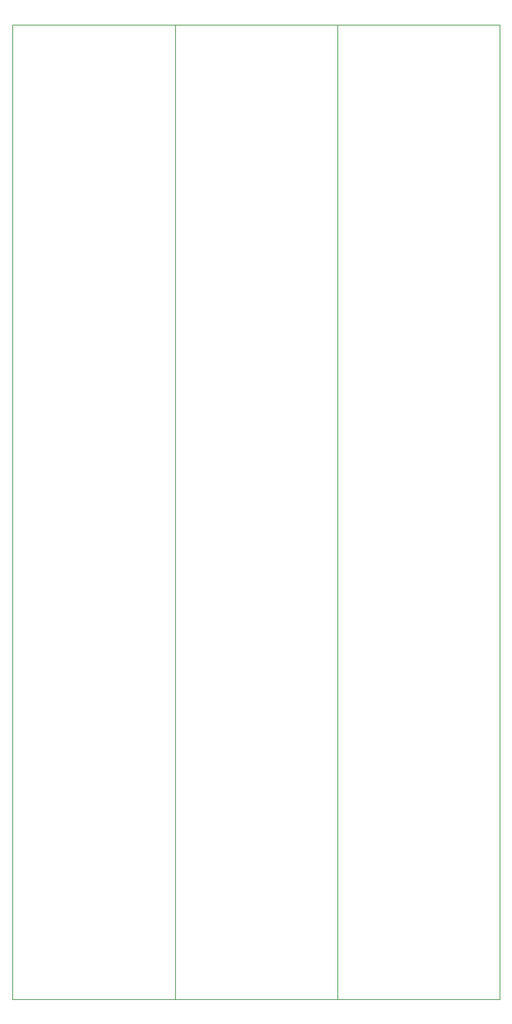
<source format=gbr>
G04 #@! TF.FileFunction,Profile,NP*
%FSLAX46Y46*%
G04 Gerber Fmt 4.6, Leading zero omitted, Abs format (unit mm)*
G04 Created by KiCad (PCBNEW 4.0.0-rc2-stable) date 2017/04/01 15:23:39*
%MOMM*%
G01*
G04 APERTURE LIST*
%ADD10C,0.100000*%
G04 APERTURE END LIST*
D10*
X235000000Y-135000000D02*
X215000000Y-135000000D01*
X215000000Y-135000000D02*
X215000000Y-15000000D01*
X235000000Y-15000000D02*
X235000000Y-135000000D01*
X215000000Y-15000000D02*
X235000000Y-15000000D01*
X195000000Y-15000000D02*
X215000000Y-15000000D01*
X215000000Y-135000000D02*
X195000000Y-135000000D01*
X195000000Y-135000000D02*
X195000000Y-15000000D01*
X215000000Y-15000000D02*
X215000000Y-135000000D01*
X195000000Y-15000000D02*
X195000000Y-135000000D01*
X175000000Y-15000000D02*
X195000000Y-15000000D01*
X175000000Y-135000000D02*
X175000000Y-15000000D01*
X195000000Y-135000000D02*
X175000000Y-135000000D01*
M02*

</source>
